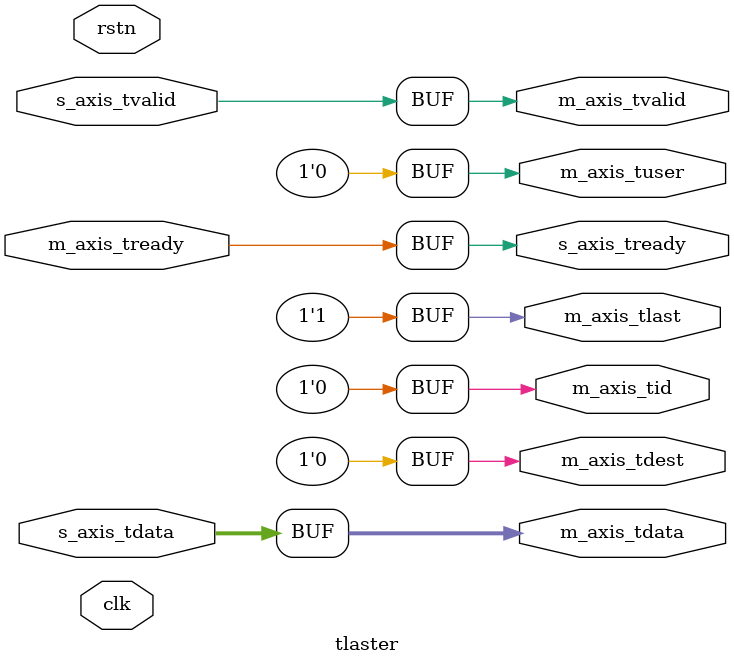
<source format=v>
`timescale 1ns / 1ps

module tlaster #(
    parameter DATA_WIDTH = 32,
    parameter TID_WIDTH  = 1,
    parameter TDEST_WIDTH = 1,
    parameter TUSER_WIDTH = 1
)(
    input wire clk,
    input wire rstn,

    // AXI Stream input
    input wire [DATA_WIDTH-1:0] s_axis_tdata,
    input wire                  s_axis_tvalid,
    output wire                 s_axis_tready,

    // AXI Stream output
    output wire [DATA_WIDTH-1:0] m_axis_tdata,
    output wire                  m_axis_tvalid,
    input  wire                  m_axis_tready,
    output wire                  m_axis_tlast,
    
    output wire [TID_WIDTH-1:0]    m_axis_tid,
    output wire [TDEST_WIDTH-1:0]  m_axis_tdest,
    output wire [TUSER_WIDTH-1:0]  m_axis_tuser
);

    assign m_axis_tdata  = s_axis_tdata;
    assign m_axis_tvalid = s_axis_tvalid;
    assign s_axis_tready = m_axis_tready;

    // ©T©w²£¥X tlast=1'b1¡]ªí¥Ü¨Cµ§³£¬O frame µ²§À¡^
    assign m_axis_tlast  = 1'b1;

    // ¥H¤U«O¯d¤£¨Ï¥Î
    assign m_axis_tid    = {TID_WIDTH{1'b0}};
    assign m_axis_tdest  = {TDEST_WIDTH{1'b0}};
    assign m_axis_tuser  = {TUSER_WIDTH{1'b0}};

endmodule

</source>
